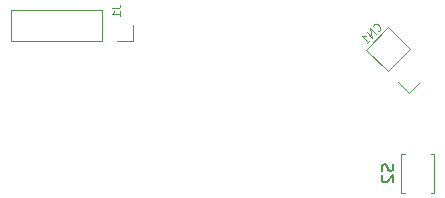
<source format=gbr>
G04 #@! TF.GenerationSoftware,KiCad,Pcbnew,(6.0.0)*
G04 #@! TF.CreationDate,2022-10-31T23:33:13+09:00*
G04 #@! TF.ProjectId,culturit_tx,63756c74-7572-4697-945f-74782e6b6963,rev?*
G04 #@! TF.SameCoordinates,Original*
G04 #@! TF.FileFunction,Legend,Bot*
G04 #@! TF.FilePolarity,Positive*
%FSLAX46Y46*%
G04 Gerber Fmt 4.6, Leading zero omitted, Abs format (unit mm)*
G04 Created by KiCad (PCBNEW (6.0.0)) date 2022-10-31 23:33:13*
%MOMM*%
%LPD*%
G01*
G04 APERTURE LIST*
%ADD10C,0.150000*%
%ADD11C,0.100000*%
%ADD12C,0.120000*%
G04 APERTURE END LIST*
D10*
X50904761Y-28988095D02*
X50952380Y-29130952D01*
X50952380Y-29369047D01*
X50904761Y-29464285D01*
X50857142Y-29511904D01*
X50761904Y-29559523D01*
X50666666Y-29559523D01*
X50571428Y-29511904D01*
X50523809Y-29464285D01*
X50476190Y-29369047D01*
X50428571Y-29178571D01*
X50380952Y-29083333D01*
X50333333Y-29035714D01*
X50238095Y-28988095D01*
X50142857Y-28988095D01*
X50047619Y-29035714D01*
X50000000Y-29083333D01*
X49952380Y-29178571D01*
X49952380Y-29416666D01*
X50000000Y-29559523D01*
X50047619Y-29940476D02*
X50000000Y-29988095D01*
X49952380Y-30083333D01*
X49952380Y-30321428D01*
X50000000Y-30416666D01*
X50047619Y-30464285D01*
X50142857Y-30511904D01*
X50238095Y-30511904D01*
X50380952Y-30464285D01*
X50952380Y-29892857D01*
X50952380Y-30511904D01*
D11*
X27116666Y-15766666D02*
X27616666Y-15766666D01*
X27716666Y-15733333D01*
X27783333Y-15666666D01*
X27816666Y-15566666D01*
X27816666Y-15500000D01*
X27816666Y-16466666D02*
X27816666Y-16066666D01*
X27816666Y-16266666D02*
X27116666Y-16266666D01*
X27216666Y-16200000D01*
X27283333Y-16133333D01*
X27316666Y-16066666D01*
X49620448Y-17736912D02*
X49667589Y-17736912D01*
X49761870Y-17689771D01*
X49809010Y-17642631D01*
X49856151Y-17548350D01*
X49856151Y-17454069D01*
X49832581Y-17383359D01*
X49761870Y-17265507D01*
X49691159Y-17194797D01*
X49573308Y-17124086D01*
X49502597Y-17100516D01*
X49408316Y-17100516D01*
X49314036Y-17147656D01*
X49266895Y-17194797D01*
X49219755Y-17289078D01*
X49219755Y-17336218D01*
X49455457Y-17996184D02*
X48960482Y-17501210D01*
X49172614Y-18279027D01*
X48677639Y-17784052D01*
X48677639Y-18774002D02*
X48960482Y-18491159D01*
X48819061Y-18632581D02*
X48324086Y-18137606D01*
X48441937Y-18161176D01*
X48536218Y-18161176D01*
X48606929Y-18137606D01*
D12*
X54100000Y-28100000D02*
X54400000Y-28100000D01*
X51600000Y-28100000D02*
X51600000Y-31400000D01*
X54400000Y-28100000D02*
X54400000Y-31400000D01*
X51600000Y-31400000D02*
X51900000Y-31400000D01*
X51900000Y-28100000D02*
X51600000Y-28100000D01*
X54400000Y-31400000D02*
X54100000Y-31400000D01*
X28880000Y-18580000D02*
X28880000Y-17250000D01*
X27550000Y-18580000D02*
X28880000Y-18580000D01*
X26280000Y-18580000D02*
X26280000Y-15920000D01*
X18600000Y-18580000D02*
X18600000Y-15920000D01*
X26280000Y-18580000D02*
X18600000Y-18580000D01*
X26280000Y-15920000D02*
X18600000Y-15920000D01*
X51361110Y-22042014D02*
X52301562Y-22982466D01*
X52343988Y-19263084D02*
X50505511Y-17424607D01*
X52301562Y-22982466D02*
X53242014Y-22042014D01*
X50463084Y-21143988D02*
X52343988Y-19263084D01*
X50463084Y-21143988D02*
X48624607Y-19305511D01*
X48624607Y-19305511D02*
X50505511Y-17424607D01*
M02*

</source>
